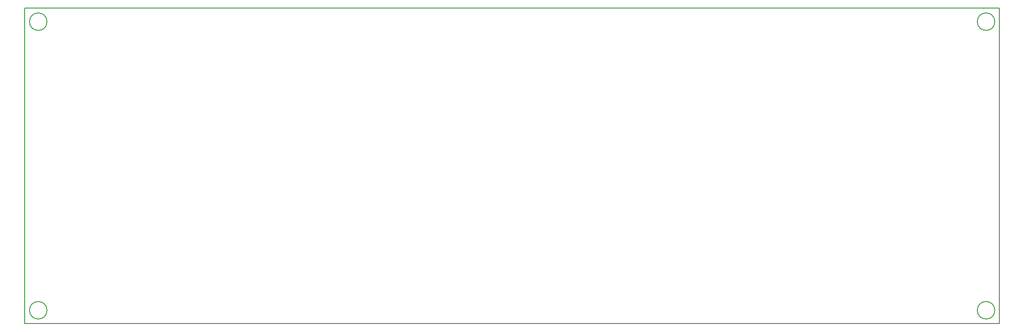
<source format=gbr>
%TF.GenerationSoftware,KiCad,Pcbnew,5.1.10*%
%TF.CreationDate,2021-09-07T22:11:19-04:00*%
%TF.ProjectId,Power Distribution Board Rock64,506f7765-7220-4446-9973-747269627574,rev?*%
%TF.SameCoordinates,Original*%
%TF.FileFunction,Profile,NP*%
%FSLAX46Y46*%
G04 Gerber Fmt 4.6, Leading zero omitted, Abs format (unit mm)*
G04 Created by KiCad (PCBNEW 5.1.10) date 2021-09-07 22:11:19*
%MOMM*%
%LPD*%
G01*
G04 APERTURE LIST*
%TA.AperFunction,Profile*%
%ADD10C,0.150000*%
%TD*%
G04 APERTURE END LIST*
D10*
X259461000Y-156210000D02*
G75*
G03*
X259461000Y-156210000I-1651000J0D01*
G01*
X259461000Y-101600000D02*
G75*
G03*
X259461000Y-101600000I-1651000J0D01*
G01*
X80391000Y-101600000D02*
G75*
G03*
X80391000Y-101600000I-1651000J0D01*
G01*
X80391000Y-156210000D02*
G75*
G03*
X80391000Y-156210000I-1651000J0D01*
G01*
X257810000Y-99060000D02*
X260350000Y-99060000D01*
X257810000Y-158750000D02*
X260350000Y-158750000D01*
X257810000Y-158750000D02*
X76200000Y-158750000D01*
X260350000Y-99060000D02*
X260350000Y-158750000D01*
X76200000Y-99060000D02*
X257810000Y-99060000D01*
X76200000Y-158750000D02*
X76200000Y-99060000D01*
M02*

</source>
